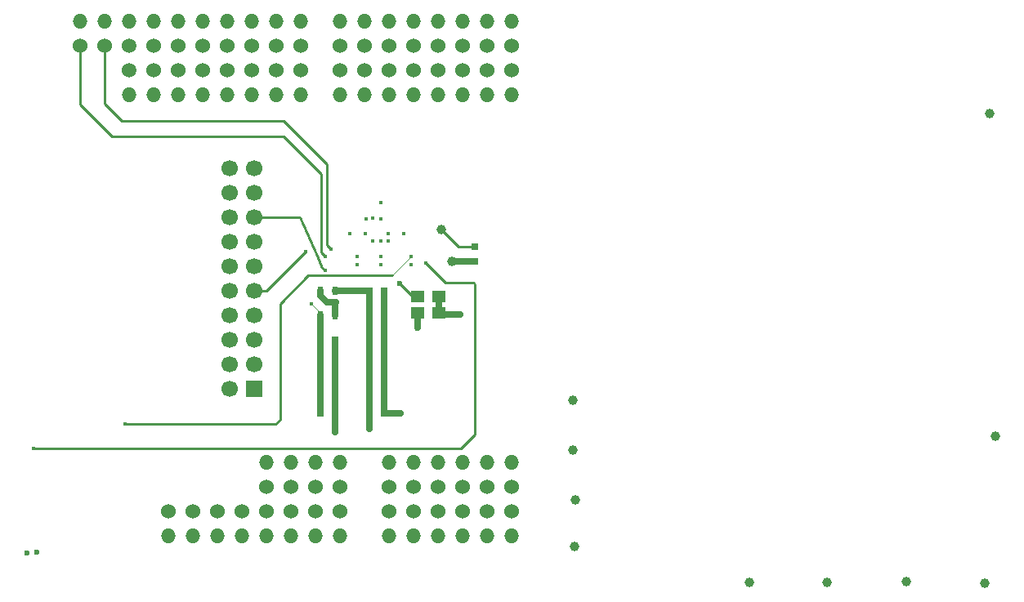
<source format=gbr>
G04 #@! TF.FileFunction,Copper,L4,Bot,Signal*
%FSLAX46Y46*%
G04 Gerber Fmt 4.6, Leading zero omitted, Abs format (unit mm)*
G04 Created by KiCad (PCBNEW 4.0.6) date Tuesday 10. October 2017 13:08:52*
%MOMM*%
%LPD*%
G01*
G04 APERTURE LIST*
%ADD10C,0.100000*%
%ADD11O,1.524000X1.524000*%
%ADD12R,0.750000X0.800000*%
%ADD13R,0.800000X0.750000*%
%ADD14R,1.700000X1.700000*%
%ADD15C,1.700000*%
%ADD16R,0.500000X0.900000*%
%ADD17C,1.524000*%
%ADD18C,1.523000*%
%ADD19R,1.400000X1.200000*%
%ADD20C,1.000000*%
%ADD21C,0.400000*%
%ADD22C,0.600000*%
%ADD23C,0.635000*%
%ADD24C,0.250000*%
G04 APERTURE END LIST*
D10*
D11*
X168656000Y-73660000D03*
X166116000Y-73660000D03*
X163576000Y-73660000D03*
X161036000Y-73660000D03*
X158496000Y-73660000D03*
X155956000Y-73660000D03*
X153416000Y-73660000D03*
X150876000Y-73660000D03*
X148336000Y-73660000D03*
X145796000Y-73660000D03*
X154940000Y-127000000D03*
X157480000Y-127000000D03*
X160020000Y-127000000D03*
X162560000Y-127000000D03*
X165100000Y-127000000D03*
X167640000Y-127000000D03*
X170180000Y-127000000D03*
X172720000Y-127000000D03*
X190500000Y-73660000D03*
X187960000Y-73660000D03*
X185420000Y-73660000D03*
X182880000Y-73660000D03*
X180340000Y-73660000D03*
X177800000Y-73660000D03*
X175260000Y-73660000D03*
X172720000Y-73660000D03*
X168656000Y-81280000D03*
X166116000Y-81280000D03*
X163576000Y-81280000D03*
X161036000Y-81280000D03*
X158496000Y-81280000D03*
X155956000Y-81280000D03*
X153416000Y-81280000D03*
X150876000Y-81280000D03*
X190500000Y-81280000D03*
X187960000Y-81280000D03*
X185420000Y-81280000D03*
X182880000Y-81280000D03*
X180340000Y-81280000D03*
X177800000Y-81280000D03*
X175260000Y-81280000D03*
X172720000Y-81280000D03*
X177800000Y-127000000D03*
X180340000Y-127000000D03*
X182880000Y-127000000D03*
X185420000Y-127000000D03*
X187960000Y-127000000D03*
X190500000Y-127000000D03*
X165100000Y-119380000D03*
X167640000Y-119380000D03*
X170180000Y-119380000D03*
X172720000Y-119380000D03*
X177800000Y-119380000D03*
X180340000Y-119380000D03*
X182880000Y-119380000D03*
X185420000Y-119380000D03*
X187960000Y-119380000D03*
X190500000Y-119380000D03*
D12*
X186690000Y-98540000D03*
X186690000Y-97040000D03*
D13*
X177280000Y-114300000D03*
X175780000Y-114300000D03*
X177280000Y-111760000D03*
X175780000Y-111760000D03*
X177280000Y-109220000D03*
X175780000Y-109220000D03*
X177280000Y-106680000D03*
X175780000Y-106680000D03*
X177280000Y-104140000D03*
X175780000Y-104140000D03*
X177280000Y-101600000D03*
X175780000Y-101600000D03*
X172200000Y-114300000D03*
X170700000Y-114300000D03*
X172200000Y-111760000D03*
X170700000Y-111760000D03*
X172200000Y-109220000D03*
X170700000Y-109220000D03*
X172200000Y-106680000D03*
X170700000Y-106680000D03*
D14*
X163830000Y-111760000D03*
D15*
X161290000Y-111760000D03*
X163830000Y-109220000D03*
X161290000Y-109220000D03*
X163830000Y-106680000D03*
X161290000Y-106680000D03*
X163830000Y-104140000D03*
X161290000Y-104140000D03*
X163830000Y-101600000D03*
X161290000Y-101600000D03*
X163830000Y-99060000D03*
X161290000Y-99060000D03*
X163830000Y-96520000D03*
X161290000Y-96520000D03*
X163830000Y-93980000D03*
X161290000Y-93980000D03*
X163830000Y-91440000D03*
X161290000Y-91440000D03*
X163830000Y-88900000D03*
X161290000Y-88900000D03*
D16*
X170700000Y-104140000D03*
X172200000Y-104140000D03*
X172200000Y-101600000D03*
X170700000Y-101600000D03*
D17*
X165100000Y-121920000D03*
X167640000Y-121920000D03*
X170180000Y-121920000D03*
X172720000Y-121920000D03*
X182880000Y-121920000D03*
X180340000Y-121920000D03*
X177800000Y-121920000D03*
X185420000Y-121920000D03*
X187960000Y-121920000D03*
X190500000Y-121920000D03*
D18*
X150876000Y-78740000D03*
D17*
X153416000Y-78740000D03*
X155956000Y-78740000D03*
X158496000Y-78740000D03*
X161036000Y-78740000D03*
X163576000Y-78740000D03*
X166116000Y-78740000D03*
X168656000Y-78740000D03*
X172720000Y-78740000D03*
X175260000Y-78740000D03*
X177800000Y-78740000D03*
X180340000Y-78740000D03*
X182880000Y-78740000D03*
X185420000Y-78740000D03*
X187960000Y-78740000D03*
X190500000Y-78740000D03*
X190500000Y-124460000D03*
X187960000Y-124460000D03*
X185420000Y-124460000D03*
X177800000Y-124460000D03*
X180340000Y-124460000D03*
X182880000Y-124460000D03*
X172720000Y-124460000D03*
X170180000Y-124460000D03*
X167640000Y-124460000D03*
X162560000Y-124460000D03*
X160020000Y-124460000D03*
X190500000Y-76200000D03*
X187960000Y-76200000D03*
X185420000Y-76200000D03*
X182880000Y-76200000D03*
X180340000Y-76200000D03*
X177800000Y-76200000D03*
X175260000Y-76200000D03*
X172720000Y-76200000D03*
X168656000Y-76200000D03*
X166116000Y-76200000D03*
X163576000Y-76200000D03*
X161036000Y-76200000D03*
X158496000Y-76200000D03*
X155956000Y-76200000D03*
X153416000Y-76200000D03*
D18*
X150876000Y-76200000D03*
D17*
X165100000Y-124460000D03*
X148336000Y-76200000D03*
X145796000Y-76200000D03*
X157480000Y-124460000D03*
X154940000Y-124460000D03*
D19*
X182938600Y-103897800D03*
X180738600Y-103897800D03*
X180738600Y-102197800D03*
X182938600Y-102197800D03*
D20*
X184302400Y-98552000D03*
D21*
X174523400Y-98044000D03*
X180136800Y-98856800D03*
X176936400Y-98044000D03*
X176936400Y-98856800D03*
X173736000Y-95656400D03*
X176149000Y-96418400D03*
X179324000Y-95656400D03*
X176936400Y-92456000D03*
X175437800Y-94157800D03*
D20*
X240614200Y-116636800D03*
X239496600Y-131851400D03*
X231368600Y-131699000D03*
X223215200Y-131775200D03*
X215112600Y-131826000D03*
X240030000Y-83185000D03*
D22*
X180746400Y-105435400D03*
X172212000Y-116205000D03*
X178968400Y-114300000D03*
X140335000Y-128727200D03*
D21*
X177698400Y-95656400D03*
X177723800Y-96443800D03*
X174523400Y-98856800D03*
X175387000Y-95631000D03*
X176936400Y-96418400D03*
X176123600Y-94081600D03*
X176936400Y-94107000D03*
D20*
X196824600Y-112953800D03*
X196824600Y-118110000D03*
X197078600Y-123215400D03*
X197053200Y-128041400D03*
D22*
X185140600Y-104038400D03*
X175768000Y-115925600D03*
X141351000Y-128676400D03*
D20*
X183235600Y-95250000D03*
D22*
X178917600Y-100812600D03*
D21*
X169164000Y-97510600D03*
X171196000Y-99491800D03*
X171780200Y-97256600D03*
X171196000Y-98018600D03*
X180136800Y-98044000D03*
X150469600Y-115417600D03*
X169799000Y-102946200D03*
X181610000Y-98729800D03*
X140944600Y-117932200D03*
D23*
X186690000Y-98540000D02*
X184290400Y-98540000D01*
X184290400Y-98540000D02*
X184302400Y-98552000D01*
X177280000Y-104140000D02*
X177280000Y-101600000D01*
X180738600Y-103897800D02*
X180738600Y-105427600D01*
X172200000Y-114300000D02*
X172200000Y-116193000D01*
X177280000Y-114300000D02*
X178968400Y-114300000D01*
X177280000Y-104140000D02*
X177280000Y-106680000D01*
X177280000Y-106680000D02*
X177280000Y-109220000D01*
X177280000Y-109220000D02*
X177280000Y-111760000D01*
X177280000Y-111760000D02*
X177280000Y-114300000D01*
X172200000Y-114300000D02*
X172200000Y-111760000D01*
X172200000Y-111760000D02*
X172200000Y-109220000D01*
X172200000Y-109220000D02*
X172200000Y-106680000D01*
X182938600Y-102197800D02*
X182938600Y-103897800D01*
X182938600Y-103897800D02*
X183079200Y-104038400D01*
X183079200Y-104038400D02*
X185140600Y-104038400D01*
X172200000Y-101600000D02*
X175780000Y-101600000D01*
X175780000Y-101600000D02*
X175780000Y-104140000D01*
X175780000Y-104140000D02*
X175780000Y-106680000D01*
X175780000Y-106680000D02*
X175780000Y-109220000D01*
X175780000Y-109220000D02*
X175780000Y-111760000D01*
X175780000Y-111760000D02*
X175780000Y-114300000D01*
X175780000Y-114300000D02*
X175768000Y-114312000D01*
X175768000Y-114312000D02*
X175768000Y-115925600D01*
D24*
X185025600Y-97040000D02*
X186690000Y-97040000D01*
X183235600Y-95250000D02*
X185025600Y-97040000D01*
D23*
X170700000Y-101600000D02*
X170700000Y-102094600D01*
X172200000Y-102882000D02*
X172200000Y-104140000D01*
X172288200Y-102793800D02*
X172200000Y-102882000D01*
X171399200Y-102793800D02*
X172288200Y-102793800D01*
X170700000Y-102094600D02*
X171399200Y-102793800D01*
D24*
X178917600Y-100812600D02*
X180302800Y-102197800D01*
D10*
X180302800Y-102197800D02*
X180738600Y-102197800D01*
D24*
X169164000Y-97510600D02*
X165074600Y-101600000D01*
X165074600Y-101600000D02*
X163830000Y-101600000D01*
X168579800Y-93980000D02*
X163830000Y-93980000D01*
X170332400Y-97917000D02*
X168579800Y-93980000D01*
X170891200Y-99187000D02*
X170332400Y-97917000D01*
X171196000Y-99491800D02*
X170891200Y-99187000D01*
X171780200Y-97256600D02*
X171348400Y-96824800D01*
X171348400Y-96824800D02*
X171348400Y-88468200D01*
X171348400Y-88468200D02*
X166878000Y-83997800D01*
X166878000Y-83997800D02*
X150114000Y-83997800D01*
X150114000Y-83997800D02*
X148336000Y-82219800D01*
X148336000Y-82219800D02*
X148336000Y-76200000D01*
X145796000Y-82245200D02*
X145796000Y-76200000D01*
X149098000Y-85547200D02*
X145796000Y-82245200D01*
X166852600Y-85547200D02*
X149098000Y-85547200D01*
X170764200Y-89458800D02*
X166852600Y-85547200D01*
X170764200Y-97586800D02*
X170764200Y-89458800D01*
X171196000Y-98018600D02*
X170764200Y-97586800D01*
D10*
X180136800Y-98044000D02*
X178181000Y-99999800D01*
D24*
X178181000Y-99999800D02*
X169468800Y-99999800D01*
X169468800Y-99999800D02*
X166522400Y-102946200D01*
X166522400Y-102946200D02*
X166522400Y-114960400D01*
X166522400Y-114960400D02*
X166065200Y-115417600D01*
X166065200Y-115417600D02*
X150469600Y-115417600D01*
D10*
X169799000Y-102946200D02*
X170700000Y-103847200D01*
X170700000Y-103847200D02*
X170700000Y-104140000D01*
D23*
X170700000Y-114300000D02*
X170700000Y-111760000D01*
X170700000Y-111760000D02*
X170700000Y-109220000D01*
X170700000Y-109220000D02*
X170700000Y-106680000D01*
X170700000Y-106680000D02*
X170700000Y-104140000D01*
D24*
X181610000Y-98729800D02*
X183616600Y-100736400D01*
X183616600Y-100736400D02*
X186588400Y-100736400D01*
D10*
X186588400Y-100736400D02*
X186740800Y-100888800D01*
D24*
X186740800Y-100888800D02*
X186740800Y-116459000D01*
X186740800Y-116459000D02*
X185267600Y-117932200D01*
X185267600Y-117932200D02*
X140944600Y-117932200D01*
M02*

</source>
